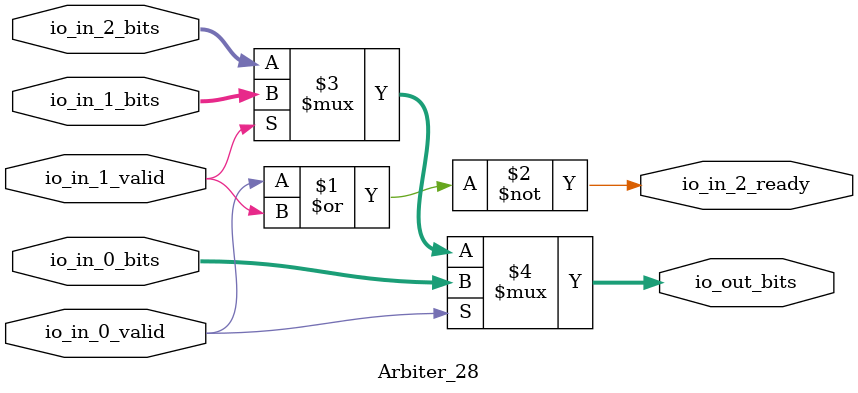
<source format=sv>
`ifndef RANDOMIZE
  `ifdef RANDOMIZE_REG_INIT
    `define RANDOMIZE
  `endif // RANDOMIZE_REG_INIT
`endif // not def RANDOMIZE
`ifndef RANDOMIZE
  `ifdef RANDOMIZE_MEM_INIT
    `define RANDOMIZE
  `endif // RANDOMIZE_MEM_INIT
`endif // not def RANDOMIZE

`ifndef RANDOM
  `define RANDOM $random
`endif // not def RANDOM

// Users can define 'PRINTF_COND' to add an extra gate to prints.
`ifndef PRINTF_COND_
  `ifdef PRINTF_COND
    `define PRINTF_COND_ (`PRINTF_COND)
  `else  // PRINTF_COND
    `define PRINTF_COND_ 1
  `endif // PRINTF_COND
`endif // not def PRINTF_COND_

// Users can define 'ASSERT_VERBOSE_COND' to add an extra gate to assert error printing.
`ifndef ASSERT_VERBOSE_COND_
  `ifdef ASSERT_VERBOSE_COND
    `define ASSERT_VERBOSE_COND_ (`ASSERT_VERBOSE_COND)
  `else  // ASSERT_VERBOSE_COND
    `define ASSERT_VERBOSE_COND_ 1
  `endif // ASSERT_VERBOSE_COND
`endif // not def ASSERT_VERBOSE_COND_

// Users can define 'STOP_COND' to add an extra gate to stop conditions.
`ifndef STOP_COND_
  `ifdef STOP_COND
    `define STOP_COND_ (`STOP_COND)
  `else  // STOP_COND
    `define STOP_COND_ 1
  `endif // STOP_COND
`endif // not def STOP_COND_

// Users can define INIT_RANDOM as general code that gets injected into the
// initializer block for modules with registers.
`ifndef INIT_RANDOM
  `define INIT_RANDOM
`endif // not def INIT_RANDOM

// If using random initialization, you can also define RANDOMIZE_DELAY to
// customize the delay used, otherwise 0.002 is used.
`ifndef RANDOMIZE_DELAY
  `define RANDOMIZE_DELAY 0.002
`endif // not def RANDOMIZE_DELAY

// Define INIT_RANDOM_PROLOG_ for use in our modules below.
`ifndef INIT_RANDOM_PROLOG_
  `ifdef RANDOMIZE
    `ifdef VERILATOR
      `define INIT_RANDOM_PROLOG_ `INIT_RANDOM
    `else  // VERILATOR
      `define INIT_RANDOM_PROLOG_ `INIT_RANDOM #`RANDOMIZE_DELAY begin end
    `endif // VERILATOR
  `else  // RANDOMIZE
    `define INIT_RANDOM_PROLOG_
  `endif // RANDOMIZE
`endif // not def INIT_RANDOM_PROLOG_

module Arbiter_28(
  input        io_in_0_valid,
  input  [4:0] io_in_0_bits,
  input        io_in_1_valid,
  input  [4:0] io_in_1_bits,
               io_in_2_bits,
  output       io_in_2_ready,
  output [4:0] io_out_bits
);

  assign io_in_2_ready = ~(io_in_0_valid | io_in_1_valid);	// @[Arbiter.scala:45:{68,78}]
  assign io_out_bits = io_in_0_valid ? io_in_0_bits : io_in_1_valid ? io_in_1_bits : io_in_2_bits;	// @[Arbiter.scala:136:15, :138:26, :140:19]
endmodule


</source>
